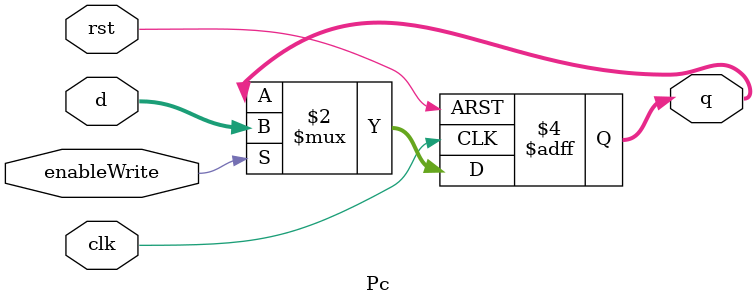
<source format=v>
`ifndef __Pc__
`define __Pc__

module Pc(
    clk,
    rst,
    enableWrite,
    d,
    q
);
    input wire clk;
    input wire rst;
    input wire enableWrite;
    input wire [31:0] d;
    output reg [31:0] q;

    always @(posedge clk or posedge rst) begin
        if (rst) begin
            // q <= 32'h00400020;
            q <= 32'h00000000;
        end else begin
            if (enableWrite)
                q <= d;
        end
    end

endmodule // Pc

`endif

</source>
